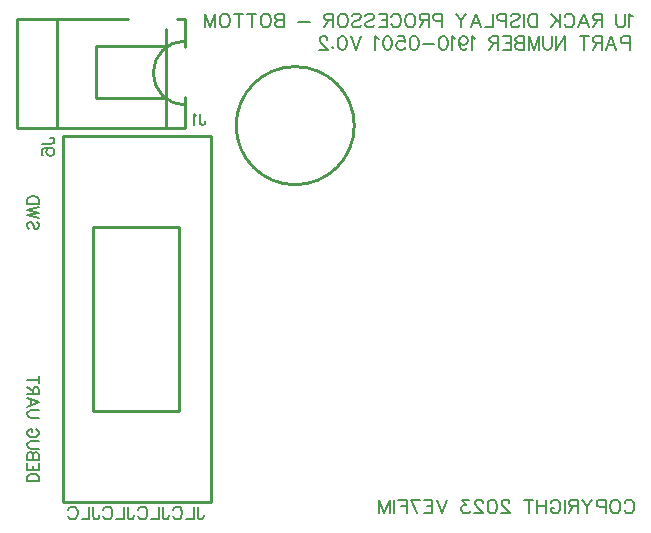
<source format=gbo>
G04 Layer: BottomSilkscreenLayer*
G04 EasyEDA v6.5.32, 2023-07-27 18:43:02*
G04 c15d88bf44794416bd69d8e6bd355938,5a6b42c53f6a479593ecc07194224c93,10*
G04 Gerber Generator version 0.2*
G04 Scale: 100 percent, Rotated: No, Reflected: No *
G04 Dimensions in millimeters *
G04 leading zeros omitted , absolute positions ,4 integer and 5 decimal *
%FSLAX45Y45*%
%MOMM*%

%ADD10C,0.2032*%
%ADD11C,0.1520*%
%ADD12C,0.1524*%
%ADD13C,0.2540*%

%LPD*%
D10*
X46044586Y195417D02*
G01*
X46050042Y206326D01*
X46060951Y217236D01*
X46071858Y222689D01*
X46093677Y222689D01*
X46104586Y217236D01*
X46115495Y206326D01*
X46120951Y195417D01*
X46126405Y179054D01*
X46126405Y151782D01*
X46120951Y135417D01*
X46115495Y124508D01*
X46104586Y113598D01*
X46093677Y108145D01*
X46071858Y108145D01*
X46060951Y113598D01*
X46050042Y124508D01*
X46044586Y135417D01*
X45975859Y222689D02*
G01*
X45986768Y217236D01*
X45997677Y206326D01*
X46003133Y195417D01*
X46008587Y179054D01*
X46008587Y151782D01*
X46003133Y135417D01*
X45997677Y124508D01*
X45986768Y113598D01*
X45975859Y108145D01*
X45954040Y108145D01*
X45943133Y113598D01*
X45932224Y124508D01*
X45926768Y135417D01*
X45921315Y151782D01*
X45921315Y179054D01*
X45926768Y195417D01*
X45932224Y206326D01*
X45943133Y217236D01*
X45954040Y222689D01*
X45975859Y222689D01*
X45885315Y222689D02*
G01*
X45885315Y108145D01*
X45885315Y222689D02*
G01*
X45836222Y222689D01*
X45819860Y217236D01*
X45814406Y211782D01*
X45808950Y200873D01*
X45808950Y184508D01*
X45814406Y173598D01*
X45819860Y168145D01*
X45836222Y162689D01*
X45885315Y162689D01*
X45772951Y222689D02*
G01*
X45729314Y168145D01*
X45729314Y108145D01*
X45685679Y222689D02*
G01*
X45729314Y168145D01*
X45649677Y222689D02*
G01*
X45649677Y108145D01*
X45649677Y222689D02*
G01*
X45600586Y222689D01*
X45584224Y217236D01*
X45578770Y211782D01*
X45573315Y200873D01*
X45573315Y189964D01*
X45578770Y179054D01*
X45584224Y173598D01*
X45600586Y168145D01*
X45649677Y168145D01*
X45611496Y168145D02*
G01*
X45573315Y108145D01*
X45537315Y222689D02*
G01*
X45537315Y108145D01*
X45419497Y195417D02*
G01*
X45424951Y206326D01*
X45435860Y217236D01*
X45446769Y222689D01*
X45468588Y222689D01*
X45479497Y217236D01*
X45490406Y206326D01*
X45495860Y195417D01*
X45501316Y179054D01*
X45501316Y151782D01*
X45495860Y135417D01*
X45490406Y124508D01*
X45479497Y113598D01*
X45468588Y108145D01*
X45446769Y108145D01*
X45435860Y113598D01*
X45424951Y124508D01*
X45419497Y135417D01*
X45419497Y151782D01*
X45446769Y151782D02*
G01*
X45419497Y151782D01*
X45383498Y222689D02*
G01*
X45383498Y108145D01*
X45307133Y222689D02*
G01*
X45307133Y108145D01*
X45383498Y168145D02*
G01*
X45307133Y168145D01*
X45232952Y222689D02*
G01*
X45232952Y108145D01*
X45271133Y222689D02*
G01*
X45194771Y222689D01*
X45069315Y195417D02*
G01*
X45069315Y200873D01*
X45063862Y211782D01*
X45058406Y217236D01*
X45047496Y222689D01*
X45025680Y222689D01*
X45014771Y217236D01*
X45009315Y211782D01*
X45003862Y200873D01*
X45003862Y189964D01*
X45009315Y179054D01*
X45020224Y162689D01*
X45074771Y108145D01*
X44998406Y108145D01*
X44929679Y222689D02*
G01*
X44946044Y217236D01*
X44956953Y200873D01*
X44962406Y173598D01*
X44962406Y157236D01*
X44956953Y129964D01*
X44946044Y113598D01*
X44929679Y108145D01*
X44918772Y108145D01*
X44902407Y113598D01*
X44891497Y129964D01*
X44886044Y157236D01*
X44886044Y173598D01*
X44891497Y200873D01*
X44902407Y217236D01*
X44918772Y222689D01*
X44929679Y222689D01*
X44844588Y195417D02*
G01*
X44844588Y200873D01*
X44839135Y211782D01*
X44833679Y217236D01*
X44822770Y222689D01*
X44800954Y222689D01*
X44790045Y217236D01*
X44784589Y211782D01*
X44779135Y200873D01*
X44779135Y189964D01*
X44784589Y179054D01*
X44795498Y162689D01*
X44850044Y108145D01*
X44773679Y108145D01*
X44726771Y222689D02*
G01*
X44666771Y222689D01*
X44699499Y179054D01*
X44683136Y179054D01*
X44672227Y173598D01*
X44666771Y168145D01*
X44661317Y151782D01*
X44661317Y140873D01*
X44666771Y124508D01*
X44677680Y113598D01*
X44694043Y108145D01*
X44710408Y108145D01*
X44726771Y113598D01*
X44732227Y119054D01*
X44737680Y129964D01*
X44541318Y222689D02*
G01*
X44497680Y108145D01*
X44454043Y222689D02*
G01*
X44497680Y108145D01*
X44418044Y222689D02*
G01*
X44418044Y108145D01*
X44418044Y222689D02*
G01*
X44347135Y222689D01*
X44418044Y168145D02*
G01*
X44374409Y168145D01*
X44418044Y108145D02*
G01*
X44347135Y108145D01*
X44234773Y222689D02*
G01*
X44289317Y108145D01*
X44311135Y222689D02*
G01*
X44234773Y222689D01*
X44198773Y222689D02*
G01*
X44198773Y108145D01*
X44198773Y222689D02*
G01*
X44127864Y222689D01*
X44198773Y168145D02*
G01*
X44155136Y168145D01*
X44091862Y222689D02*
G01*
X44091862Y108145D01*
X44055863Y222689D02*
G01*
X44055863Y108145D01*
X44055863Y222689D02*
G01*
X44012228Y108145D01*
X43968591Y222689D02*
G01*
X44012228Y108145D01*
X43968591Y222689D02*
G01*
X43968591Y108145D01*
X46088300Y4146989D02*
G01*
X46088300Y4032445D01*
X46088300Y4146989D02*
G01*
X46039209Y4146989D01*
X46022846Y4141536D01*
X46017390Y4136082D01*
X46011937Y4125173D01*
X46011937Y4108808D01*
X46017390Y4097899D01*
X46022846Y4092445D01*
X46039209Y4086989D01*
X46088300Y4086989D01*
X45932300Y4146989D02*
G01*
X45975935Y4032445D01*
X45932300Y4146989D02*
G01*
X45888663Y4032445D01*
X45959572Y4070626D02*
G01*
X45905028Y4070626D01*
X45852664Y4146989D02*
G01*
X45852664Y4032445D01*
X45852664Y4146989D02*
G01*
X45803573Y4146989D01*
X45787210Y4141536D01*
X45781755Y4136082D01*
X45776300Y4125173D01*
X45776300Y4114264D01*
X45781755Y4103354D01*
X45787210Y4097899D01*
X45803573Y4092445D01*
X45852664Y4092445D01*
X45814482Y4092445D02*
G01*
X45776300Y4032445D01*
X45702118Y4146989D02*
G01*
X45702118Y4032445D01*
X45740300Y4146989D02*
G01*
X45663937Y4146989D01*
X45543937Y4146989D02*
G01*
X45543937Y4032445D01*
X45543937Y4146989D02*
G01*
X45467574Y4032445D01*
X45467574Y4146989D02*
G01*
X45467574Y4032445D01*
X45431572Y4146989D02*
G01*
X45431572Y4065173D01*
X45426119Y4048808D01*
X45415210Y4037899D01*
X45398847Y4032445D01*
X45387938Y4032445D01*
X45371572Y4037899D01*
X45360666Y4048808D01*
X45355210Y4065173D01*
X45355210Y4146989D01*
X45319210Y4146989D02*
G01*
X45319210Y4032445D01*
X45319210Y4146989D02*
G01*
X45275573Y4032445D01*
X45231938Y4146989D02*
G01*
X45275573Y4032445D01*
X45231938Y4146989D02*
G01*
X45231938Y4032445D01*
X45195937Y4146989D02*
G01*
X45195937Y4032445D01*
X45195937Y4146989D02*
G01*
X45146846Y4146989D01*
X45130483Y4141536D01*
X45125030Y4136082D01*
X45119574Y4125173D01*
X45119574Y4114264D01*
X45125030Y4103354D01*
X45130483Y4097899D01*
X45146846Y4092445D01*
X45195937Y4092445D02*
G01*
X45146846Y4092445D01*
X45130483Y4086989D01*
X45125030Y4081536D01*
X45119574Y4070626D01*
X45119574Y4054264D01*
X45125030Y4043354D01*
X45130483Y4037899D01*
X45146846Y4032445D01*
X45195937Y4032445D01*
X45083575Y4146989D02*
G01*
X45083575Y4032445D01*
X45083575Y4146989D02*
G01*
X45012665Y4146989D01*
X45083575Y4092445D02*
G01*
X45039937Y4092445D01*
X45083575Y4032445D02*
G01*
X45012665Y4032445D01*
X44976666Y4146989D02*
G01*
X44976666Y4032445D01*
X44976666Y4146989D02*
G01*
X44927575Y4146989D01*
X44911210Y4141536D01*
X44905757Y4136082D01*
X44900301Y4125173D01*
X44900301Y4114264D01*
X44905757Y4103354D01*
X44911210Y4097899D01*
X44927575Y4092445D01*
X44976666Y4092445D01*
X44938485Y4092445D02*
G01*
X44900301Y4032445D01*
X44780301Y4125173D02*
G01*
X44769392Y4130626D01*
X44753029Y4146989D01*
X44753029Y4032445D01*
X44646121Y4108808D02*
G01*
X44651574Y4092445D01*
X44662483Y4081536D01*
X44678848Y4076082D01*
X44684302Y4076082D01*
X44700667Y4081536D01*
X44711574Y4092445D01*
X44717030Y4108808D01*
X44717030Y4114264D01*
X44711574Y4130626D01*
X44700667Y4141536D01*
X44684302Y4146989D01*
X44678848Y4146989D01*
X44662483Y4141536D01*
X44651574Y4130626D01*
X44646121Y4108808D01*
X44646121Y4081536D01*
X44651574Y4054264D01*
X44662483Y4037899D01*
X44678848Y4032445D01*
X44689758Y4032445D01*
X44706120Y4037899D01*
X44711574Y4048808D01*
X44610121Y4125173D02*
G01*
X44599212Y4130626D01*
X44582849Y4146989D01*
X44582849Y4032445D01*
X44514122Y4146989D02*
G01*
X44530484Y4141536D01*
X44541394Y4125173D01*
X44546847Y4097899D01*
X44546847Y4081536D01*
X44541394Y4054264D01*
X44530484Y4037899D01*
X44514122Y4032445D01*
X44503213Y4032445D01*
X44486847Y4037899D01*
X44475938Y4054264D01*
X44470485Y4081536D01*
X44470485Y4097899D01*
X44475938Y4125173D01*
X44486847Y4141536D01*
X44503213Y4146989D01*
X44514122Y4146989D01*
X44434485Y4081536D02*
G01*
X44336304Y4081536D01*
X44267577Y4146989D02*
G01*
X44283939Y4141536D01*
X44294849Y4125173D01*
X44300302Y4097899D01*
X44300302Y4081536D01*
X44294849Y4054264D01*
X44283939Y4037899D01*
X44267577Y4032445D01*
X44256667Y4032445D01*
X44240302Y4037899D01*
X44229393Y4054264D01*
X44223940Y4081536D01*
X44223940Y4097899D01*
X44229393Y4125173D01*
X44240302Y4141536D01*
X44256667Y4146989D01*
X44267577Y4146989D01*
X44122484Y4146989D02*
G01*
X44177031Y4146989D01*
X44182484Y4097899D01*
X44177031Y4103354D01*
X44160668Y4108808D01*
X44144303Y4108808D01*
X44127940Y4103354D01*
X44117031Y4092445D01*
X44111575Y4076082D01*
X44111575Y4065173D01*
X44117031Y4048808D01*
X44127940Y4037899D01*
X44144303Y4032445D01*
X44160668Y4032445D01*
X44177031Y4037899D01*
X44182484Y4043354D01*
X44187940Y4054264D01*
X44042850Y4146989D02*
G01*
X44059213Y4141536D01*
X44070122Y4125173D01*
X44075576Y4097899D01*
X44075576Y4081536D01*
X44070122Y4054264D01*
X44059213Y4037899D01*
X44042850Y4032445D01*
X44031941Y4032445D01*
X44015576Y4037899D01*
X44004666Y4054264D01*
X43999213Y4081536D01*
X43999213Y4097899D01*
X44004666Y4125173D01*
X44015576Y4141536D01*
X44031941Y4146989D01*
X44042850Y4146989D01*
X43963214Y4125173D02*
G01*
X43952304Y4130626D01*
X43935939Y4146989D01*
X43935939Y4032445D01*
X43815939Y4146989D02*
G01*
X43772305Y4032445D01*
X43728667Y4146989D02*
G01*
X43772305Y4032445D01*
X43659940Y4146989D02*
G01*
X43676305Y4141536D01*
X43687215Y4125173D01*
X43692668Y4097899D01*
X43692668Y4081536D01*
X43687215Y4054264D01*
X43676305Y4037899D01*
X43659940Y4032445D01*
X43649031Y4032445D01*
X43632668Y4037899D01*
X43621759Y4054264D01*
X43616305Y4081536D01*
X43616305Y4097899D01*
X43621759Y4125173D01*
X43632668Y4141536D01*
X43649031Y4146989D01*
X43659940Y4146989D01*
X43574850Y4059717D02*
G01*
X43580304Y4054264D01*
X43574850Y4048808D01*
X43569394Y4054264D01*
X43574850Y4059717D01*
X43527941Y4119717D02*
G01*
X43527941Y4125173D01*
X43522485Y4136082D01*
X43517032Y4141536D01*
X43506123Y4146989D01*
X43484304Y4146989D01*
X43473395Y4141536D01*
X43467942Y4136082D01*
X43462486Y4125173D01*
X43462486Y4114264D01*
X43467942Y4103354D01*
X43478851Y4086989D01*
X43533395Y4032445D01*
X43457032Y4032445D01*
X46113700Y4315673D02*
G01*
X46102790Y4321126D01*
X46086428Y4337489D01*
X46086428Y4222945D01*
X46050428Y4337489D02*
G01*
X46050428Y4255673D01*
X46044972Y4239308D01*
X46034063Y4228398D01*
X46017700Y4222945D01*
X46006791Y4222945D01*
X45990428Y4228398D01*
X45979519Y4239308D01*
X45974063Y4255673D01*
X45974063Y4337489D01*
X45854063Y4337489D02*
G01*
X45854063Y4222945D01*
X45854063Y4337489D02*
G01*
X45804973Y4337489D01*
X45788610Y4332036D01*
X45783154Y4326582D01*
X45777701Y4315673D01*
X45777701Y4304764D01*
X45783154Y4293854D01*
X45788610Y4288398D01*
X45804973Y4282945D01*
X45854063Y4282945D01*
X45815882Y4282945D02*
G01*
X45777701Y4222945D01*
X45698064Y4337489D02*
G01*
X45741701Y4222945D01*
X45698064Y4337489D02*
G01*
X45654427Y4222945D01*
X45725336Y4261126D02*
G01*
X45670792Y4261126D01*
X45536609Y4310217D02*
G01*
X45542065Y4321126D01*
X45552974Y4332036D01*
X45563883Y4337489D01*
X45585700Y4337489D01*
X45596609Y4332036D01*
X45607518Y4321126D01*
X45612974Y4310217D01*
X45618427Y4293854D01*
X45618427Y4266582D01*
X45612974Y4250217D01*
X45607518Y4239308D01*
X45596609Y4228398D01*
X45585700Y4222945D01*
X45563883Y4222945D01*
X45552974Y4228398D01*
X45542065Y4239308D01*
X45536609Y4250217D01*
X45500610Y4337489D02*
G01*
X45500610Y4222945D01*
X45424247Y4337489D02*
G01*
X45500610Y4261126D01*
X45473338Y4288398D02*
G01*
X45424247Y4222945D01*
X45304247Y4337489D02*
G01*
X45304247Y4222945D01*
X45304247Y4337489D02*
G01*
X45266066Y4337489D01*
X45249701Y4332036D01*
X45238791Y4321126D01*
X45233338Y4310217D01*
X45227882Y4293854D01*
X45227882Y4266582D01*
X45233338Y4250217D01*
X45238791Y4239308D01*
X45249701Y4228398D01*
X45266066Y4222945D01*
X45304247Y4222945D01*
X45191883Y4337489D02*
G01*
X45191883Y4222945D01*
X45079521Y4321126D02*
G01*
X45090430Y4332036D01*
X45106793Y4337489D01*
X45128611Y4337489D01*
X45144974Y4332036D01*
X45155883Y4321126D01*
X45155883Y4310217D01*
X45150430Y4299308D01*
X45144974Y4293854D01*
X45134065Y4288398D01*
X45101337Y4277489D01*
X45090430Y4272036D01*
X45084974Y4266582D01*
X45079521Y4255673D01*
X45079521Y4239308D01*
X45090430Y4228398D01*
X45106793Y4222945D01*
X45128611Y4222945D01*
X45144974Y4228398D01*
X45155883Y4239308D01*
X45043519Y4337489D02*
G01*
X45043519Y4222945D01*
X45043519Y4337489D02*
G01*
X44994428Y4337489D01*
X44978066Y4332036D01*
X44972612Y4326582D01*
X44967156Y4315673D01*
X44967156Y4299308D01*
X44972612Y4288398D01*
X44978066Y4282945D01*
X44994428Y4277489D01*
X45043519Y4277489D01*
X44931157Y4337489D02*
G01*
X44931157Y4222945D01*
X44931157Y4222945D02*
G01*
X44865701Y4222945D01*
X44786067Y4337489D02*
G01*
X44829702Y4222945D01*
X44786067Y4337489D02*
G01*
X44742430Y4222945D01*
X44813339Y4261126D02*
G01*
X44758792Y4261126D01*
X44706430Y4337489D02*
G01*
X44662793Y4282945D01*
X44662793Y4222945D01*
X44619156Y4337489D02*
G01*
X44662793Y4282945D01*
X44499156Y4337489D02*
G01*
X44499156Y4222945D01*
X44499156Y4337489D02*
G01*
X44450066Y4337489D01*
X44433703Y4332036D01*
X44428249Y4326582D01*
X44422794Y4315673D01*
X44422794Y4299308D01*
X44428249Y4288398D01*
X44433703Y4282945D01*
X44450066Y4277489D01*
X44499156Y4277489D01*
X44386794Y4337489D02*
G01*
X44386794Y4222945D01*
X44386794Y4337489D02*
G01*
X44337704Y4337489D01*
X44321338Y4332036D01*
X44315885Y4326582D01*
X44310432Y4315673D01*
X44310432Y4304764D01*
X44315885Y4293854D01*
X44321338Y4288398D01*
X44337704Y4282945D01*
X44386794Y4282945D01*
X44348613Y4282945D02*
G01*
X44310432Y4222945D01*
X44241704Y4337489D02*
G01*
X44252614Y4332036D01*
X44263520Y4321126D01*
X44268976Y4310217D01*
X44274430Y4293854D01*
X44274430Y4266582D01*
X44268976Y4250217D01*
X44263520Y4239308D01*
X44252614Y4228398D01*
X44241704Y4222945D01*
X44219886Y4222945D01*
X44208976Y4228398D01*
X44198067Y4239308D01*
X44192614Y4250217D01*
X44187158Y4266582D01*
X44187158Y4293854D01*
X44192614Y4310217D01*
X44198067Y4321126D01*
X44208976Y4332036D01*
X44219886Y4337489D01*
X44241704Y4337489D01*
X44069340Y4310217D02*
G01*
X44074793Y4321126D01*
X44085703Y4332036D01*
X44096612Y4337489D01*
X44118430Y4337489D01*
X44129340Y4332036D01*
X44140249Y4321126D01*
X44145702Y4310217D01*
X44151158Y4293854D01*
X44151158Y4266582D01*
X44145702Y4250217D01*
X44140249Y4239308D01*
X44129340Y4228398D01*
X44118430Y4222945D01*
X44096612Y4222945D01*
X44085703Y4228398D01*
X44074793Y4239308D01*
X44069340Y4250217D01*
X44033340Y4337489D02*
G01*
X44033340Y4222945D01*
X44033340Y4337489D02*
G01*
X43962431Y4337489D01*
X44033340Y4282945D02*
G01*
X43989703Y4282945D01*
X44033340Y4222945D02*
G01*
X43962431Y4222945D01*
X43850067Y4321126D02*
G01*
X43860976Y4332036D01*
X43877341Y4337489D01*
X43899157Y4337489D01*
X43915523Y4332036D01*
X43926432Y4321126D01*
X43926432Y4310217D01*
X43920976Y4299308D01*
X43915523Y4293854D01*
X43904613Y4288398D01*
X43871885Y4277489D01*
X43860976Y4272036D01*
X43855523Y4266582D01*
X43850067Y4255673D01*
X43850067Y4239308D01*
X43860976Y4228398D01*
X43877341Y4222945D01*
X43899157Y4222945D01*
X43915523Y4228398D01*
X43926432Y4239308D01*
X43737705Y4321126D02*
G01*
X43748614Y4332036D01*
X43764977Y4337489D01*
X43786795Y4337489D01*
X43803158Y4332036D01*
X43814067Y4321126D01*
X43814067Y4310217D01*
X43808614Y4299308D01*
X43803158Y4293854D01*
X43792249Y4288398D01*
X43759523Y4277489D01*
X43748614Y4272036D01*
X43743158Y4266582D01*
X43737705Y4255673D01*
X43737705Y4239308D01*
X43748614Y4228398D01*
X43764977Y4222945D01*
X43786795Y4222945D01*
X43803158Y4228398D01*
X43814067Y4239308D01*
X43668977Y4337489D02*
G01*
X43679887Y4332036D01*
X43690796Y4321126D01*
X43696249Y4310217D01*
X43701705Y4293854D01*
X43701705Y4266582D01*
X43696249Y4250217D01*
X43690796Y4239308D01*
X43679887Y4228398D01*
X43668977Y4222945D01*
X43647159Y4222945D01*
X43636250Y4228398D01*
X43625340Y4239308D01*
X43619887Y4250217D01*
X43614431Y4266582D01*
X43614431Y4293854D01*
X43619887Y4310217D01*
X43625340Y4321126D01*
X43636250Y4332036D01*
X43647159Y4337489D01*
X43668977Y4337489D01*
X43578432Y4337489D02*
G01*
X43578432Y4222945D01*
X43578432Y4337489D02*
G01*
X43529341Y4337489D01*
X43512978Y4332036D01*
X43507522Y4326582D01*
X43502069Y4315673D01*
X43502069Y4304764D01*
X43507522Y4293854D01*
X43512978Y4288398D01*
X43529341Y4282945D01*
X43578432Y4282945D01*
X43540250Y4282945D02*
G01*
X43502069Y4222945D01*
X43382069Y4272036D02*
G01*
X43283888Y4272036D01*
X43163888Y4337489D02*
G01*
X43163888Y4222945D01*
X43163888Y4337489D02*
G01*
X43114795Y4337489D01*
X43098432Y4332036D01*
X43092979Y4326582D01*
X43087523Y4315673D01*
X43087523Y4304764D01*
X43092979Y4293854D01*
X43098432Y4288398D01*
X43114795Y4282945D01*
X43163888Y4282945D02*
G01*
X43114795Y4282945D01*
X43098432Y4277489D01*
X43092979Y4272036D01*
X43087523Y4261126D01*
X43087523Y4244764D01*
X43092979Y4233854D01*
X43098432Y4228398D01*
X43114795Y4222945D01*
X43163888Y4222945D01*
X43018796Y4337489D02*
G01*
X43029705Y4332036D01*
X43040614Y4321126D01*
X43046070Y4310217D01*
X43051524Y4293854D01*
X43051524Y4266582D01*
X43046070Y4250217D01*
X43040614Y4239308D01*
X43029705Y4228398D01*
X43018796Y4222945D01*
X42996977Y4222945D01*
X42986071Y4228398D01*
X42975161Y4239308D01*
X42969705Y4250217D01*
X42964252Y4266582D01*
X42964252Y4293854D01*
X42969705Y4310217D01*
X42975161Y4321126D01*
X42986071Y4332036D01*
X42996977Y4337489D01*
X43018796Y4337489D01*
X42890069Y4337489D02*
G01*
X42890069Y4222945D01*
X42928252Y4337489D02*
G01*
X42851887Y4337489D01*
X42777707Y4337489D02*
G01*
X42777707Y4222945D01*
X42815888Y4337489D02*
G01*
X42739525Y4337489D01*
X42670798Y4337489D02*
G01*
X42681707Y4332036D01*
X42692617Y4321126D01*
X42698070Y4310217D01*
X42703523Y4293854D01*
X42703523Y4266582D01*
X42698070Y4250217D01*
X42692617Y4239308D01*
X42681707Y4228398D01*
X42670798Y4222945D01*
X42648979Y4222945D01*
X42638070Y4228398D01*
X42627161Y4239308D01*
X42621708Y4250217D01*
X42616252Y4266582D01*
X42616252Y4293854D01*
X42621708Y4310217D01*
X42627161Y4321126D01*
X42638070Y4332036D01*
X42648979Y4337489D01*
X42670798Y4337489D01*
X42580252Y4337489D02*
G01*
X42580252Y4222945D01*
X42580252Y4337489D02*
G01*
X42536615Y4222945D01*
X42492980Y4337489D02*
G01*
X42536615Y4222945D01*
X42492980Y4337489D02*
G01*
X42492980Y4222945D01*
D11*
X42429557Y166151D02*
G01*
X42429557Y83024D01*
X42434753Y67437D01*
X42439948Y62242D01*
X42450339Y57048D01*
X42460730Y57048D01*
X42471121Y62242D01*
X42476318Y67437D01*
X42481512Y83024D01*
X42481512Y93416D01*
X42395266Y166151D02*
G01*
X42395266Y57048D01*
X42395266Y57048D02*
G01*
X42332922Y57048D01*
X42220700Y140174D02*
G01*
X42225897Y150566D01*
X42236288Y160957D01*
X42246677Y166151D01*
X42267459Y166151D01*
X42277850Y160957D01*
X42288241Y150566D01*
X42293438Y140174D01*
X42298632Y124587D01*
X42298632Y98610D01*
X42293438Y83024D01*
X42288241Y72633D01*
X42277850Y62242D01*
X42267459Y57048D01*
X42246677Y57048D01*
X42236288Y62242D01*
X42225897Y72633D01*
X42220700Y83024D01*
X42134457Y166151D02*
G01*
X42134457Y83024D01*
X42139651Y67437D01*
X42144848Y62242D01*
X42155236Y57048D01*
X42165628Y57048D01*
X42176019Y62242D01*
X42181216Y67437D01*
X42186410Y83024D01*
X42186410Y93416D01*
X42100167Y166151D02*
G01*
X42100167Y57048D01*
X42100167Y57048D02*
G01*
X42037820Y57048D01*
X41925598Y140174D02*
G01*
X41930794Y150566D01*
X41941186Y160957D01*
X41951577Y166151D01*
X41972357Y166151D01*
X41982748Y160957D01*
X41993139Y150566D01*
X41998336Y140174D01*
X42003530Y124587D01*
X42003530Y98610D01*
X41998336Y83024D01*
X41993139Y72633D01*
X41982748Y62242D01*
X41972357Y57048D01*
X41951577Y57048D01*
X41941186Y62242D01*
X41930794Y72633D01*
X41925598Y83024D01*
X41839354Y166151D02*
G01*
X41839354Y83024D01*
X41844549Y67437D01*
X41849746Y62242D01*
X41860137Y57048D01*
X41870528Y57048D01*
X41880916Y62242D01*
X41886113Y67437D01*
X41891308Y83024D01*
X41891308Y93416D01*
X41805064Y166151D02*
G01*
X41805064Y57048D01*
X41805064Y57048D02*
G01*
X41742718Y57048D01*
X41630498Y140174D02*
G01*
X41635692Y150566D01*
X41646083Y160957D01*
X41656474Y166151D01*
X41677257Y166151D01*
X41687648Y160957D01*
X41698036Y150566D01*
X41703233Y140174D01*
X41708428Y124587D01*
X41708428Y98610D01*
X41703233Y83024D01*
X41698036Y72633D01*
X41687648Y62242D01*
X41677257Y57048D01*
X41656474Y57048D01*
X41646083Y62242D01*
X41635692Y72633D01*
X41630498Y83024D01*
X41544252Y166151D02*
G01*
X41544252Y83024D01*
X41549447Y67437D01*
X41554643Y62242D01*
X41565034Y57048D01*
X41575426Y57048D01*
X41585817Y62242D01*
X41591011Y67437D01*
X41596208Y83024D01*
X41596208Y93416D01*
X41509962Y166151D02*
G01*
X41509962Y57048D01*
X41509962Y57048D02*
G01*
X41447618Y57048D01*
X41335396Y140174D02*
G01*
X41340590Y150566D01*
X41350981Y160957D01*
X41361372Y166151D01*
X41382154Y166151D01*
X41392546Y160957D01*
X41402937Y150566D01*
X41408131Y140174D01*
X41413328Y124587D01*
X41413328Y98610D01*
X41408131Y83024D01*
X41402937Y72633D01*
X41392546Y62242D01*
X41382154Y57048D01*
X41361372Y57048D01*
X41350981Y62242D01*
X41340590Y72633D01*
X41335396Y83024D01*
D12*
X41083738Y381000D02*
G01*
X40988234Y381000D01*
X41083738Y381000D02*
G01*
X41083738Y412750D01*
X41079166Y426465D01*
X41070275Y435610D01*
X41061132Y440181D01*
X41047416Y444754D01*
X41024809Y444754D01*
X41011093Y440181D01*
X41001950Y435610D01*
X40992806Y426465D01*
X40988234Y412750D01*
X40988234Y381000D01*
X41083738Y474726D02*
G01*
X40988234Y474726D01*
X41083738Y474726D02*
G01*
X41083738Y533654D01*
X41038272Y474726D02*
G01*
X41038272Y511047D01*
X40988234Y474726D02*
G01*
X40988234Y533654D01*
X41083738Y563626D02*
G01*
X40988234Y563626D01*
X41083738Y563626D02*
G01*
X41083738Y604520D01*
X41079166Y618236D01*
X41074593Y622807D01*
X41065704Y627379D01*
X41056559Y627379D01*
X41047416Y622807D01*
X41042843Y618236D01*
X41038272Y604520D01*
X41038272Y563626D02*
G01*
X41038272Y604520D01*
X41033700Y618236D01*
X41029382Y622807D01*
X41020238Y627379D01*
X41006522Y627379D01*
X40997377Y622807D01*
X40992806Y618236D01*
X40988234Y604520D01*
X40988234Y563626D01*
X41083738Y657352D02*
G01*
X41015666Y657352D01*
X41001950Y661923D01*
X40992806Y671068D01*
X40988234Y684529D01*
X40988234Y693673D01*
X40992806Y707389D01*
X41001950Y716534D01*
X41015666Y721105D01*
X41083738Y721105D01*
X41061132Y819150D02*
G01*
X41070275Y814578D01*
X41079166Y805434D01*
X41083738Y796544D01*
X41083738Y778255D01*
X41079166Y769112D01*
X41070275Y759968D01*
X41061132Y755650D01*
X41047416Y751078D01*
X41024809Y751078D01*
X41011093Y755650D01*
X41001950Y759968D01*
X40992806Y769112D01*
X40988234Y778255D01*
X40988234Y796544D01*
X40992806Y805434D01*
X41001950Y814578D01*
X41011093Y819150D01*
X41024809Y819150D01*
X41024809Y796544D02*
G01*
X41024809Y819150D01*
X41083738Y919226D02*
G01*
X41015666Y919226D01*
X41001950Y923797D01*
X40992806Y932942D01*
X40988234Y946404D01*
X40988234Y955547D01*
X40992806Y969263D01*
X41001950Y978154D01*
X41015666Y982726D01*
X41083738Y982726D01*
X41083738Y1049273D02*
G01*
X40988234Y1012697D01*
X41083738Y1049273D02*
G01*
X40988234Y1085595D01*
X41020238Y1026413D02*
G01*
X41020238Y1071879D01*
X41083738Y1115568D02*
G01*
X40988234Y1115568D01*
X41083738Y1115568D02*
G01*
X41083738Y1156462D01*
X41079166Y1170178D01*
X41074593Y1174750D01*
X41065704Y1179068D01*
X41056559Y1179068D01*
X41047416Y1174750D01*
X41042843Y1170178D01*
X41038272Y1156462D01*
X41038272Y1115568D01*
X41038272Y1147318D02*
G01*
X40988234Y1179068D01*
X41083738Y1241044D02*
G01*
X40988234Y1241044D01*
X41083738Y1209294D02*
G01*
X41083738Y1272794D01*
X41070067Y2578356D02*
G01*
X41079211Y2569212D01*
X41083783Y2555496D01*
X41083783Y2537208D01*
X41079211Y2523746D01*
X41070067Y2514602D01*
X41061177Y2514602D01*
X41052033Y2519174D01*
X41047461Y2523746D01*
X41042889Y2532890D01*
X41033745Y2560068D01*
X41029173Y2569212D01*
X41024601Y2573784D01*
X41015711Y2578356D01*
X41001995Y2578356D01*
X40992851Y2569212D01*
X40988279Y2555496D01*
X40988279Y2537208D01*
X40992851Y2523746D01*
X41001995Y2514602D01*
X41083783Y2608328D02*
G01*
X40988279Y2630934D01*
X41083783Y2653794D02*
G01*
X40988279Y2630934D01*
X41083783Y2653794D02*
G01*
X40988279Y2676400D01*
X41083783Y2699260D02*
G01*
X40988279Y2676400D01*
X41083783Y2729232D02*
G01*
X40988279Y2729232D01*
X41083783Y2729232D02*
G01*
X41083783Y2760982D01*
X41079211Y2774698D01*
X41070067Y2783588D01*
X41061177Y2788160D01*
X41047461Y2792732D01*
X41024601Y2792732D01*
X41011139Y2788160D01*
X41001995Y2783588D01*
X40992851Y2774698D01*
X40988279Y2760982D01*
X40988279Y2729232D01*
X41108850Y3237344D02*
G01*
X41191977Y3237344D01*
X41207565Y3242541D01*
X41212759Y3247735D01*
X41217954Y3258126D01*
X41217954Y3268517D01*
X41212759Y3278908D01*
X41207565Y3284105D01*
X41191977Y3289300D01*
X41181586Y3289300D01*
X41124436Y3140710D02*
G01*
X41114045Y3145904D01*
X41108850Y3161492D01*
X41108850Y3171883D01*
X41114045Y3187468D01*
X41129633Y3197860D01*
X41155609Y3203054D01*
X41181586Y3203054D01*
X41202368Y3197860D01*
X41212759Y3187468D01*
X41217954Y3171883D01*
X41217954Y3166686D01*
X41212759Y3151101D01*
X41202368Y3140710D01*
X41186783Y3135515D01*
X41181586Y3135515D01*
X41166000Y3140710D01*
X41155609Y3151101D01*
X41150415Y3166686D01*
X41150415Y3171883D01*
X41155609Y3187468D01*
X41166000Y3197860D01*
X41181586Y3203054D01*
X42448761Y3491801D02*
G01*
X42448761Y3419073D01*
X42453306Y3405438D01*
X42457852Y3400892D01*
X42466943Y3396345D01*
X42476033Y3396345D01*
X42485124Y3400892D01*
X42489668Y3405438D01*
X42494215Y3419073D01*
X42494215Y3428164D01*
X42418761Y3473620D02*
G01*
X42409668Y3478164D01*
X42396034Y3491801D01*
X42396034Y3396345D01*
D13*
X41548055Y2533652D02*
G01*
X41548052Y2520942D01*
X41548052Y971542D01*
X42271952Y971542D01*
X42271952Y2533642D01*
X41548052Y2533642D01*
X42545002Y3301997D02*
G01*
X41287702Y3301997D01*
X41287702Y203197D01*
X42545002Y203197D01*
X42545002Y3301997D01*
X41242119Y3371705D02*
G01*
X41242119Y4296704D01*
X42160129Y3626703D02*
G01*
X42160129Y3371705D01*
X41605807Y4061703D02*
G01*
X42160129Y4061703D01*
X41605807Y3626703D02*
G01*
X42160129Y3626703D01*
X42160129Y3626703D02*
G01*
X42160129Y4211126D01*
X42325805Y3626703D02*
G01*
X42325805Y3634308D01*
X42325805Y3501707D02*
G01*
X42325805Y3626703D01*
X41605807Y3626703D02*
G01*
X41570808Y3626703D01*
X41570808Y4061703D01*
X41605807Y4061703D01*
X42258150Y4296704D02*
G01*
X42325805Y4296704D01*
X42325805Y4054027D01*
X42325805Y3501707D02*
G01*
X42325805Y3371705D01*
X40900807Y3371705D01*
X40900807Y4296704D01*
X41843535Y4296704D01*
G75*
G01*
X42325806Y3565309D02*
G02*
X42325813Y4108950I3J271821D01*
G75*
G01
X43756199Y3390900D02*
G03X43756199Y3390900I-499999J0D01*
M02*

</source>
